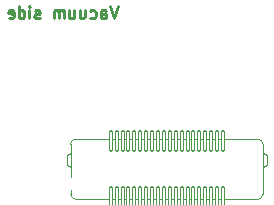
<source format=gbr>
%TF.GenerationSoftware,KiCad,Pcbnew,7.0.2*%
%TF.CreationDate,2023-11-07T11:53:16-07:00*%
%TF.ProjectId,Gateway06,47617465-7761-4793-9036-2e6b69636164,rev?*%
%TF.SameCoordinates,Original*%
%TF.FileFunction,Legend,Bot*%
%TF.FilePolarity,Positive*%
%FSLAX46Y46*%
G04 Gerber Fmt 4.6, Leading zero omitted, Abs format (unit mm)*
G04 Created by KiCad (PCBNEW 7.0.2) date 2023-11-07 11:53:16*
%MOMM*%
%LPD*%
G01*
G04 APERTURE LIST*
G04 Aperture macros list*
%AMRoundRect*
0 Rectangle with rounded corners*
0 $1 Rounding radius*
0 $2 $3 $4 $5 $6 $7 $8 $9 X,Y pos of 4 corners*
0 Add a 4 corners polygon primitive as box body*
4,1,4,$2,$3,$4,$5,$6,$7,$8,$9,$2,$3,0*
0 Add four circle primitives for the rounded corners*
1,1,$1+$1,$2,$3*
1,1,$1+$1,$4,$5*
1,1,$1+$1,$6,$7*
1,1,$1+$1,$8,$9*
0 Add four rect primitives between the rounded corners*
20,1,$1+$1,$2,$3,$4,$5,0*
20,1,$1+$1,$4,$5,$6,$7,0*
20,1,$1+$1,$6,$7,$8,$9,0*
20,1,$1+$1,$8,$9,$2,$3,0*%
G04 Aperture macros list end*
%ADD10C,0.250000*%
%ADD11C,0.120000*%
%ADD12C,3.200000*%
%ADD13C,2.150000*%
%ADD14C,1.600000*%
%ADD15C,1.450000*%
%ADD16RoundRect,0.050000X-0.125000X-0.850000X0.125000X-0.850000X0.125000X0.850000X-0.125000X0.850000X0*%
G04 APERTURE END LIST*
D10*
X4838475Y18787380D02*
X4505142Y17787380D01*
X4505142Y17787380D02*
X4171809Y18787380D01*
X3409904Y17787380D02*
X3409904Y18311190D01*
X3409904Y18311190D02*
X3457523Y18406428D01*
X3457523Y18406428D02*
X3552761Y18454047D01*
X3552761Y18454047D02*
X3743237Y18454047D01*
X3743237Y18454047D02*
X3838475Y18406428D01*
X3409904Y17835000D02*
X3505142Y17787380D01*
X3505142Y17787380D02*
X3743237Y17787380D01*
X3743237Y17787380D02*
X3838475Y17835000D01*
X3838475Y17835000D02*
X3886094Y17930238D01*
X3886094Y17930238D02*
X3886094Y18025476D01*
X3886094Y18025476D02*
X3838475Y18120714D01*
X3838475Y18120714D02*
X3743237Y18168333D01*
X3743237Y18168333D02*
X3505142Y18168333D01*
X3505142Y18168333D02*
X3409904Y18215952D01*
X2505142Y17835000D02*
X2600380Y17787380D01*
X2600380Y17787380D02*
X2790856Y17787380D01*
X2790856Y17787380D02*
X2886094Y17835000D01*
X2886094Y17835000D02*
X2933713Y17882619D01*
X2933713Y17882619D02*
X2981332Y17977857D01*
X2981332Y17977857D02*
X2981332Y18263571D01*
X2981332Y18263571D02*
X2933713Y18358809D01*
X2933713Y18358809D02*
X2886094Y18406428D01*
X2886094Y18406428D02*
X2790856Y18454047D01*
X2790856Y18454047D02*
X2600380Y18454047D01*
X2600380Y18454047D02*
X2505142Y18406428D01*
X1647999Y18454047D02*
X1647999Y17787380D01*
X2076570Y18454047D02*
X2076570Y17930238D01*
X2076570Y17930238D02*
X2028951Y17835000D01*
X2028951Y17835000D02*
X1933713Y17787380D01*
X1933713Y17787380D02*
X1790856Y17787380D01*
X1790856Y17787380D02*
X1695618Y17835000D01*
X1695618Y17835000D02*
X1647999Y17882619D01*
X743237Y18454047D02*
X743237Y17787380D01*
X1171808Y18454047D02*
X1171808Y17930238D01*
X1171808Y17930238D02*
X1124189Y17835000D01*
X1124189Y17835000D02*
X1028951Y17787380D01*
X1028951Y17787380D02*
X886094Y17787380D01*
X886094Y17787380D02*
X790856Y17835000D01*
X790856Y17835000D02*
X743237Y17882619D01*
X267046Y17787380D02*
X267046Y18454047D01*
X267046Y18358809D02*
X219427Y18406428D01*
X219427Y18406428D02*
X124189Y18454047D01*
X124189Y18454047D02*
X-18667Y18454047D01*
X-18667Y18454047D02*
X-113905Y18406428D01*
X-113905Y18406428D02*
X-161524Y18311190D01*
X-161524Y18311190D02*
X-161524Y17787380D01*
X-161524Y18311190D02*
X-209143Y18406428D01*
X-209143Y18406428D02*
X-304381Y18454047D01*
X-304381Y18454047D02*
X-447238Y18454047D01*
X-447238Y18454047D02*
X-542477Y18406428D01*
X-542477Y18406428D02*
X-590096Y18311190D01*
X-590096Y18311190D02*
X-590096Y17787380D01*
X-1780572Y17835000D02*
X-1875810Y17787380D01*
X-1875810Y17787380D02*
X-2066286Y17787380D01*
X-2066286Y17787380D02*
X-2161524Y17835000D01*
X-2161524Y17835000D02*
X-2209143Y17930238D01*
X-2209143Y17930238D02*
X-2209143Y17977857D01*
X-2209143Y17977857D02*
X-2161524Y18073095D01*
X-2161524Y18073095D02*
X-2066286Y18120714D01*
X-2066286Y18120714D02*
X-1923429Y18120714D01*
X-1923429Y18120714D02*
X-1828191Y18168333D01*
X-1828191Y18168333D02*
X-1780572Y18263571D01*
X-1780572Y18263571D02*
X-1780572Y18311190D01*
X-1780572Y18311190D02*
X-1828191Y18406428D01*
X-1828191Y18406428D02*
X-1923429Y18454047D01*
X-1923429Y18454047D02*
X-2066286Y18454047D01*
X-2066286Y18454047D02*
X-2161524Y18406428D01*
X-2637715Y17787380D02*
X-2637715Y18454047D01*
X-2637715Y18787380D02*
X-2590096Y18739761D01*
X-2590096Y18739761D02*
X-2637715Y18692142D01*
X-2637715Y18692142D02*
X-2685334Y18739761D01*
X-2685334Y18739761D02*
X-2637715Y18787380D01*
X-2637715Y18787380D02*
X-2637715Y18692142D01*
X-3542476Y17787380D02*
X-3542476Y18787380D01*
X-3542476Y17835000D02*
X-3447238Y17787380D01*
X-3447238Y17787380D02*
X-3256762Y17787380D01*
X-3256762Y17787380D02*
X-3161524Y17835000D01*
X-3161524Y17835000D02*
X-3113905Y17882619D01*
X-3113905Y17882619D02*
X-3066286Y17977857D01*
X-3066286Y17977857D02*
X-3066286Y18263571D01*
X-3066286Y18263571D02*
X-3113905Y18358809D01*
X-3113905Y18358809D02*
X-3161524Y18406428D01*
X-3161524Y18406428D02*
X-3256762Y18454047D01*
X-3256762Y18454047D02*
X-3447238Y18454047D01*
X-3447238Y18454047D02*
X-3542476Y18406428D01*
X-4399619Y17835000D02*
X-4304381Y17787380D01*
X-4304381Y17787380D02*
X-4113905Y17787380D01*
X-4113905Y17787380D02*
X-4018667Y17835000D01*
X-4018667Y17835000D02*
X-3971048Y17930238D01*
X-3971048Y17930238D02*
X-3971048Y18311190D01*
X-3971048Y18311190D02*
X-4018667Y18406428D01*
X-4018667Y18406428D02*
X-4113905Y18454047D01*
X-4113905Y18454047D02*
X-4304381Y18454047D01*
X-4304381Y18454047D02*
X-4399619Y18406428D01*
X-4399619Y18406428D02*
X-4447238Y18311190D01*
X-4447238Y18311190D02*
X-4447238Y18215952D01*
X-4447238Y18215952D02*
X-3971048Y18120714D01*
D11*
%TO.C,U1*%
X540000Y5370000D02*
X540000Y6170000D01*
X540000Y5370000D02*
X860000Y5170000D01*
X540000Y6170000D02*
X860000Y6370000D01*
X860000Y2890000D02*
X860000Y7110000D01*
X1310000Y2440000D02*
X16690000Y2440000D01*
X1310000Y7560000D02*
X16690000Y7560000D01*
X17140000Y7110000D02*
X17140000Y2890000D01*
X17460000Y5370000D02*
X17140000Y5170000D01*
X17460000Y5370000D02*
X17460000Y6170000D01*
X17460000Y6170000D02*
X17140000Y6370000D01*
X860000Y2890000D02*
G75*
G03*
X1310000Y2440000I450000J0D01*
G01*
X1310000Y7560000D02*
G75*
G03*
X860000Y7110000I0J-450000D01*
G01*
X16690000Y2440000D02*
G75*
G03*
X17140000Y2890000I0J450000D01*
G01*
X17140000Y7110000D02*
G75*
G03*
X16690000Y7560000I-450000J0D01*
G01*
%TD*%
%LPC*%
D12*
X25400000Y0D02*
G75*
G03*
X25400000Y0I-25400000J0D01*
G01*
D13*
%TO.C,H2*%
X-4699764Y-10000000D02*
G75*
G03*
X-4699764Y-10000000I-5300236J0D01*
G01*
%TO.C,H1*%
X-4699764Y10000000D02*
G75*
G03*
X-4699764Y10000000I-5300236J0D01*
G01*
%TD*%
D14*
%TO.C,U2*%
X1605000Y-3740000D03*
D15*
X3080000Y-5740000D03*
X14920000Y-5740000D03*
D14*
X16395000Y-3740000D03*
%TD*%
%TO.C,U1*%
X1605000Y3740000D03*
D15*
X3080000Y5740000D03*
X14920000Y5740000D03*
D14*
X16395000Y3740000D03*
D16*
X13750000Y7350000D03*
X13750000Y2650000D03*
X13250000Y7350000D03*
X13250000Y2650000D03*
X12750000Y7350000D03*
X12750000Y2650000D03*
X12250000Y7350000D03*
X12250000Y2650000D03*
X11750000Y7350000D03*
X11750000Y2650000D03*
X11250000Y7350000D03*
X11250000Y2650000D03*
X10750000Y7350000D03*
X10750000Y2650000D03*
X10250000Y7350000D03*
X10250000Y2650000D03*
X9750000Y7350000D03*
X9750000Y2650000D03*
X9250000Y7350000D03*
X9250000Y2650000D03*
X8750000Y7350000D03*
X8750000Y2650000D03*
X8250000Y7350000D03*
X8250000Y2650000D03*
X7750000Y7350000D03*
X7750000Y2650000D03*
X7250000Y7350000D03*
X7250000Y2650000D03*
X6750000Y7350000D03*
X6750000Y2650000D03*
X6250000Y7350000D03*
X6250000Y2650000D03*
X5750000Y7350000D03*
X5750000Y2650000D03*
X5250000Y7350000D03*
X5250000Y2650000D03*
X4750000Y7350000D03*
X4750000Y2650000D03*
X4250000Y7350000D03*
X4250000Y2650000D03*
%TD*%
%LPD*%
M02*

</source>
